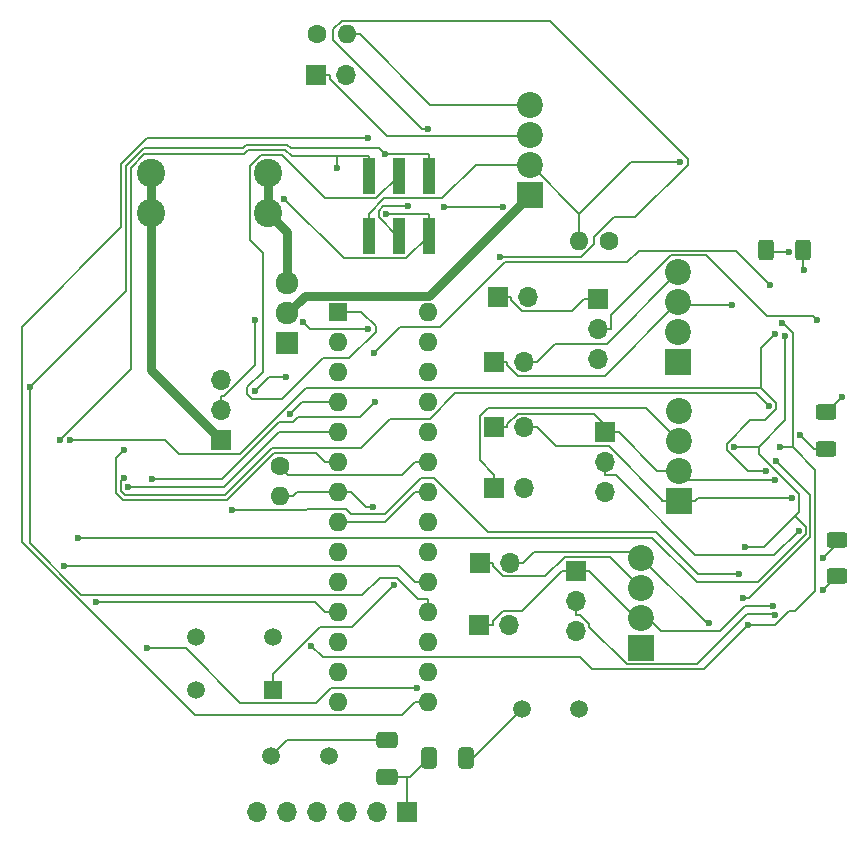
<source format=gbr>
%TF.GenerationSoftware,KiCad,Pcbnew,8.0.1-rc1*%
%TF.CreationDate,2024-06-08T15:22:59-07:00*%
%TF.ProjectId,AMS - CANBus Sensor - Temperature,414d5320-2d20-4434-914e-427573205365,rev?*%
%TF.SameCoordinates,Original*%
%TF.FileFunction,Copper,L1,Top*%
%TF.FilePolarity,Positive*%
%FSLAX46Y46*%
G04 Gerber Fmt 4.6, Leading zero omitted, Abs format (unit mm)*
G04 Created by KiCad (PCBNEW 8.0.1-rc1) date 2024-06-08 15:22:59*
%MOMM*%
%LPD*%
G01*
G04 APERTURE LIST*
G04 Aperture macros list*
%AMRoundRect*
0 Rectangle with rounded corners*
0 $1 Rounding radius*
0 $2 $3 $4 $5 $6 $7 $8 $9 X,Y pos of 4 corners*
0 Add a 4 corners polygon primitive as box body*
4,1,4,$2,$3,$4,$5,$6,$7,$8,$9,$2,$3,0*
0 Add four circle primitives for the rounded corners*
1,1,$1+$1,$2,$3*
1,1,$1+$1,$4,$5*
1,1,$1+$1,$6,$7*
1,1,$1+$1,$8,$9*
0 Add four rect primitives between the rounded corners*
20,1,$1+$1,$2,$3,$4,$5,0*
20,1,$1+$1,$4,$5,$6,$7,0*
20,1,$1+$1,$6,$7,$8,$9,0*
20,1,$1+$1,$8,$9,$2,$3,0*%
G04 Aperture macros list end*
%TA.AperFunction,ComponentPad*%
%ADD10R,1.700000X1.700000*%
%TD*%
%TA.AperFunction,ComponentPad*%
%ADD11O,1.700000X1.700000*%
%TD*%
%TA.AperFunction,SMDPad,CuDef*%
%ADD12RoundRect,0.250000X-0.650000X0.412500X-0.650000X-0.412500X0.650000X-0.412500X0.650000X0.412500X0*%
%TD*%
%TA.AperFunction,SMDPad,CuDef*%
%ADD13RoundRect,0.250000X-0.625000X0.400000X-0.625000X-0.400000X0.625000X-0.400000X0.625000X0.400000X0*%
%TD*%
%TA.AperFunction,ComponentPad*%
%ADD14C,1.600000*%
%TD*%
%TA.AperFunction,ComponentPad*%
%ADD15O,1.600000X1.600000*%
%TD*%
%TA.AperFunction,ComponentPad*%
%ADD16R,2.200000X2.200000*%
%TD*%
%TA.AperFunction,ComponentPad*%
%ADD17C,2.200000*%
%TD*%
%TA.AperFunction,ComponentPad*%
%ADD18C,2.400000*%
%TD*%
%TA.AperFunction,SMDPad,CuDef*%
%ADD19R,1.000000X3.150000*%
%TD*%
%TA.AperFunction,ComponentPad*%
%ADD20R,1.600000X1.600000*%
%TD*%
%TA.AperFunction,ComponentPad*%
%ADD21R,1.920000X1.920000*%
%TD*%
%TA.AperFunction,ComponentPad*%
%ADD22C,1.920000*%
%TD*%
%TA.AperFunction,SMDPad,CuDef*%
%ADD23RoundRect,0.250000X-0.400000X-0.625000X0.400000X-0.625000X0.400000X0.625000X-0.400000X0.625000X0*%
%TD*%
%TA.AperFunction,ComponentPad*%
%ADD24C,1.500000*%
%TD*%
%TA.AperFunction,ComponentPad*%
%ADD25R,1.500000X1.500000*%
%TD*%
%TA.AperFunction,SMDPad,CuDef*%
%ADD26RoundRect,0.250000X0.412500X0.650000X-0.412500X0.650000X-0.412500X-0.650000X0.412500X-0.650000X0*%
%TD*%
%TA.AperFunction,ViaPad*%
%ADD27C,0.600000*%
%TD*%
%TA.AperFunction,Conductor*%
%ADD28C,0.200000*%
%TD*%
%TA.AperFunction,Conductor*%
%ADD29C,0.762000*%
%TD*%
G04 APERTURE END LIST*
D10*
%TO.P,J2,1,Pin_1*%
%TO.N,/MAX31865AAP+1/FORCE+*%
X154427100Y-80520700D03*
D11*
%TO.P,J2,2,Pin_2*%
%TO.N,/MAX31865AAP+1/RTDIn+*%
X156967100Y-80520700D03*
%TD*%
D12*
%TO.P,C3,1*%
%TO.N,Net-(U2-XTAL2{slash}PB7)*%
X145039800Y-118025700D03*
%TO.P,C3,2*%
%TO.N,GND*%
X145039800Y-121150700D03*
%TD*%
D10*
%TO.P,J10,1,Pin_1*%
%TO.N,/MAX31865AAP+2/FORCE-*%
X154147400Y-96704500D03*
D11*
%TO.P,J10,2,Pin_2*%
%TO.N,/MAX31865AAP+2/RTDin-*%
X156687400Y-96704500D03*
%TD*%
D13*
%TO.P,R10,1*%
%TO.N,Net-(IC3-BIAS)*%
X183194000Y-101059800D03*
%TO.P,R10,2*%
%TO.N,Net-(IC3-ISENSOR)*%
X183194000Y-104159800D03*
%TD*%
D14*
%TO.P,R7,1*%
%TO.N,Net-(J5-Pin_2)*%
X139116100Y-58260700D03*
D15*
%TO.P,R7,2*%
%TO.N,CANBUS_L*%
X141656100Y-58260700D03*
%TD*%
D16*
%TO.P,J1,1,Pin_1*%
%TO.N,Net-(J1-Pin_1)*%
X157148000Y-71872800D03*
D17*
%TO.P,J1,2,Pin_2*%
%TO.N,GND*%
X157148000Y-69332800D03*
%TO.P,J1,3,Pin_3*%
%TO.N,CANBUS_H*%
X157148000Y-66792800D03*
%TO.P,J1,4,Pin_4*%
%TO.N,CANBUS_L*%
X157148000Y-64252800D03*
%TD*%
D14*
%TO.P,NTC1,1*%
%TO.N,/BareMinAtmel328P/PC0-A0*%
X135965600Y-94809500D03*
D15*
%TO.P,NTC1,2*%
%TO.N,+5V*%
X135965600Y-97349500D03*
%TD*%
D10*
%TO.P,J3,1,Pin_1*%
%TO.N,GND*%
X146767300Y-124094700D03*
D11*
%TO.P,J3,2,Pin_2*%
%TO.N,unconnected-(J3-Pin_2-Pad2)*%
X144227300Y-124094700D03*
%TO.P,J3,3,Pin_3*%
%TO.N,+5V*%
X141687300Y-124094700D03*
%TO.P,J3,4,Pin_4*%
%TO.N,/BareMinAtmel328P/PD0-RX*%
X139147300Y-124094700D03*
%TO.P,J3,5,Pin_5*%
%TO.N,/BareMinAtmel328P/PD1-TX*%
X136607300Y-124094700D03*
%TO.P,J3,6,Pin_6*%
%TO.N,Net-(J3-Pin_6)*%
X134067300Y-124094700D03*
%TD*%
D16*
%TO.P,J15,1,Pin_1*%
%TO.N,/MAX31865AAP+2/RTDIn+*%
X169777600Y-97738800D03*
D17*
%TO.P,J15,2,Pin_2*%
%TO.N,/MAX31865AAP+2/FORCE+*%
X169777600Y-95198800D03*
%TO.P,J15,3,Pin_3*%
%TO.N,/MAX31865AAP+2/FORCE-*%
X169777600Y-92658800D03*
%TO.P,J15,4,Pin_4*%
%TO.N,/MAX31865AAP+2/RTDin-*%
X169777600Y-90118800D03*
%TD*%
D13*
%TO.P,R9,1*%
%TO.N,Net-(IC2-BIAS)*%
X182215084Y-90275486D03*
%TO.P,R9,2*%
%TO.N,Net-(IC2-ISENSOR)*%
X182215084Y-93375486D03*
%TD*%
D10*
%TO.P,J7,1,Pin_1*%
%TO.N,/MAX31865AAP+1/FORCE-*%
X154091800Y-85981100D03*
D11*
%TO.P,J7,2,Pin_2*%
%TO.N,/MAX31865AAP+1/RTDin-*%
X156631800Y-85981100D03*
%TD*%
D18*
%TO.P,U5,1,1*%
%TO.N,Net-(Q1-Pad3)*%
X134999500Y-70018000D03*
%TO.P,U5,2,2*%
X134999500Y-73418000D03*
%TO.P,U5,3,3*%
%TO.N,+VDC*%
X125079500Y-70018000D03*
%TO.P,U5,4,4*%
X125079500Y-73418000D03*
%TD*%
D10*
%TO.P,J8,1,Pin_1*%
%TO.N,/MAX31865AAP+2/FORCE+*%
X154099500Y-91526100D03*
D11*
%TO.P,J8,2,Pin_2*%
%TO.N,/MAX31865AAP+2/RTDIn+*%
X156639500Y-91526100D03*
%TD*%
D14*
%TO.P,R6,1*%
%TO.N,Net-(U4-Rs)*%
X163881700Y-75743400D03*
D15*
%TO.P,R6,2*%
%TO.N,GND*%
X161341700Y-75743400D03*
%TD*%
D16*
%TO.P,J14,1,Pin_1*%
%TO.N,/MAX31865AAP+1/RTDIn+*%
X169740800Y-86017900D03*
D17*
%TO.P,J14,2,Pin_2*%
%TO.N,/MAX31865AAP+1/FORCE+*%
X169740800Y-83477900D03*
%TO.P,J14,3,Pin_3*%
%TO.N,/MAX31865AAP+1/FORCE-*%
X169740800Y-80937900D03*
%TO.P,J14,4,Pin_4*%
%TO.N,/MAX31865AAP+1/RTDin-*%
X169740800Y-78397900D03*
%TD*%
D16*
%TO.P,J16,1,Pin_1*%
%TO.N,/MAX31865AAP+3/RTDIn+*%
X166572100Y-110206600D03*
D17*
%TO.P,J16,2,Pin_2*%
%TO.N,/MAX31865AAP+3/FORCE+*%
X166572100Y-107666600D03*
%TO.P,J16,3,Pin_3*%
%TO.N,/MAX31865AAP+3/FORCE-*%
X166572100Y-105126600D03*
%TO.P,J16,4,Pin_4*%
%TO.N,/MAX31865AAP+3/RTDin-*%
X166572100Y-102586600D03*
%TD*%
D10*
%TO.P,Powerboard1,1,Pin_1*%
%TO.N,+VDC*%
X130976300Y-92602600D03*
D11*
%TO.P,Powerboard1,2,Pin_2*%
%TO.N,+5V*%
X130976300Y-90062600D03*
%TO.P,Powerboard1,3,Pin_3*%
%TO.N,GND*%
X130976300Y-87522600D03*
%TD*%
D19*
%TO.P,J4,1,Pin_1*%
%TO.N,MISO*%
X148585100Y-70282000D03*
%TO.P,J4,2,Pin_2*%
%TO.N,CLK*%
X148585100Y-75332000D03*
%TO.P,J4,3,Pin_3*%
%TO.N,/BareMinAtmel328P/RESET*%
X146045100Y-70282000D03*
%TO.P,J4,4,Pin_4*%
%TO.N,+5V*%
X146045100Y-75332000D03*
%TO.P,J4,5,Pin_5*%
%TO.N,MOSI*%
X143505100Y-70282000D03*
%TO.P,J4,6,Pin_6*%
%TO.N,GND*%
X143505100Y-75332000D03*
%TD*%
D10*
%TO.P,J9,1,Pin_1*%
%TO.N,/MAX31865AAP+2/FORCE+*%
X163522200Y-91904000D03*
D11*
%TO.P,J9,2,Pin_2*%
%TO.N,Net-(IC2-FORCE2)*%
X163522200Y-94444000D03*
%TO.P,J9,3,Pin_3*%
%TO.N,/MAX31865AAP+2/GND*%
X163522200Y-96984000D03*
%TD*%
D20*
%TO.P,U2,1,~{RESET}/PC6*%
%TO.N,/BareMinAtmel328P/RESET*%
X140929500Y-81761800D03*
D15*
%TO.P,U2,2,PD0*%
%TO.N,/BareMinAtmel328P/PD0-RX*%
X140929500Y-84301800D03*
%TO.P,U2,3,PD1*%
%TO.N,/BareMinAtmel328P/PD1-TX*%
X140929500Y-86841800D03*
%TO.P,U2,4,PD2*%
%TO.N,/BareMinAtmel328P/PD2-D2*%
X140929500Y-89381800D03*
%TO.P,U2,5,PD3*%
%TO.N,/BareMinAtmel328P/PD3-D3*%
X140929500Y-91921800D03*
%TO.P,U2,6,PD4*%
%TO.N,/BareMinAtmel328P/PD4-D4*%
X140929500Y-94461800D03*
%TO.P,U2,7,VCC*%
%TO.N,+5V*%
X140929500Y-97001800D03*
%TO.P,U2,8,GND*%
%TO.N,GND*%
X140929500Y-99541800D03*
%TO.P,U2,9,XTAL1/PB6*%
%TO.N,Net-(U2-XTAL1{slash}PB6)*%
X140929500Y-102081800D03*
%TO.P,U2,10,XTAL2/PB7*%
%TO.N,Net-(U2-XTAL2{slash}PB7)*%
X140929500Y-104621800D03*
%TO.P,U2,11,PD5*%
%TO.N,/BareMinAtmel328P/PD5-D5*%
X140929500Y-107161800D03*
%TO.P,U2,12,PD6*%
%TO.N,/BareMinAtmel328P/PD6-D6*%
X140929500Y-109701800D03*
%TO.P,U2,13,PD7*%
%TO.N,/BareMinAtmel328P/PD7-D7*%
X140929500Y-112241800D03*
%TO.P,U2,14,PB0*%
%TO.N,/BareMinAtmel328P/PB0-D8*%
X140929500Y-114781800D03*
%TO.P,U2,15,PB1*%
%TO.N,/BareMinAtmel328P/PB1-D9*%
X148549500Y-114781800D03*
%TO.P,U2,16,PB2*%
%TO.N,/BareMinAtmel328P/PB2-D10-SS*%
X148549500Y-112241800D03*
%TO.P,U2,17,PB3*%
%TO.N,MOSI*%
X148549500Y-109701800D03*
%TO.P,U2,18,PB4*%
%TO.N,MISO*%
X148549500Y-107161800D03*
%TO.P,U2,19,PB5*%
%TO.N,CLK*%
X148549500Y-104621800D03*
%TO.P,U2,20,AVCC*%
%TO.N,+5V*%
X148549500Y-102081800D03*
%TO.P,U2,21,AREF*%
%TO.N,/BareMinAtmel328P/AREF*%
X148549500Y-99541800D03*
%TO.P,U2,22,GND*%
%TO.N,GND*%
X148549500Y-97001800D03*
%TO.P,U2,23,PC0*%
%TO.N,/BareMinAtmel328P/PC0-A0*%
X148549500Y-94461800D03*
%TO.P,U2,24,PC1*%
%TO.N,/BareMinAtmel328P/PC1-A1*%
X148549500Y-91921800D03*
%TO.P,U2,25,PC2*%
%TO.N,/BareMinAtmel328P/PC2-A2*%
X148549500Y-89381800D03*
%TO.P,U2,26,PC3*%
%TO.N,/BareMinAtmel328P/PC3-A3*%
X148549500Y-86841800D03*
%TO.P,U2,27,PC4*%
%TO.N,/BareMinAtmel328P/PC4-A4-SDA*%
X148549500Y-84301800D03*
%TO.P,U2,28,PC5*%
%TO.N,/BareMinAtmel328P/PC5-A5-SCL*%
X148549500Y-81761800D03*
%TD*%
D10*
%TO.P,J5,1,Pin_1*%
%TO.N,CANBUS_H*%
X139049600Y-61738500D03*
D11*
%TO.P,J5,2,Pin_2*%
%TO.N,Net-(J5-Pin_2)*%
X141589600Y-61738500D03*
%TD*%
D21*
%TO.P,Q1,1*%
%TO.N,Net-(Q1-Pad1)*%
X136586000Y-84423600D03*
D22*
%TO.P,Q1,2*%
%TO.N,Net-(J1-Pin_1)*%
X136586000Y-81883600D03*
%TO.P,Q1,3*%
%TO.N,Net-(Q1-Pad3)*%
X136586000Y-79343600D03*
%TD*%
D23*
%TO.P,R8,1*%
%TO.N,Net-(IC1-BIAS)*%
X177170000Y-76516500D03*
%TO.P,R8,2*%
%TO.N,Net-(IC1-ISENSOR)*%
X180270000Y-76516500D03*
%TD*%
D24*
%TO.P,Y2,1,1*%
%TO.N,Net-(U3-OSC1)*%
X156482900Y-115391200D03*
%TO.P,Y2,2,2*%
%TO.N,Net-(U3-OSC2)*%
X161362900Y-115391200D03*
%TD*%
D25*
%TO.P,Reset1,1,NO_1*%
%TO.N,/BareMinAtmel328P/RESET*%
X135385300Y-113752500D03*
D24*
%TO.P,Reset1,2,NO_2*%
%TO.N,unconnected-(Reset1-NO_2-Pad2)*%
X128885300Y-113752500D03*
%TO.P,Reset1,3,COM_1*%
%TO.N,GND*%
X135385300Y-109252500D03*
%TO.P,Reset1,4,COM_2*%
%TO.N,unconnected-(Reset1-COM_2-Pad4)*%
X128885300Y-109252500D03*
%TD*%
D10*
%TO.P,J6,1,Pin_1*%
%TO.N,/MAX31865AAP+1/FORCE+*%
X162905100Y-80664400D03*
D11*
%TO.P,J6,2,Pin_2*%
%TO.N,Net-(IC1-FORCE2)*%
X162905100Y-83204400D03*
%TO.P,J6,3,Pin_3*%
%TO.N,/MAX31865AAP+1/GND*%
X162905100Y-85744400D03*
%TD*%
D26*
%TO.P,C5,1*%
%TO.N,Net-(U3-OSC1)*%
X151753500Y-119534200D03*
%TO.P,C5,2*%
%TO.N,GND*%
X148628500Y-119534200D03*
%TD*%
D24*
%TO.P,Y1,1,1*%
%TO.N,Net-(U2-XTAL2{slash}PB7)*%
X135241300Y-119345300D03*
%TO.P,Y1,2,2*%
%TO.N,Net-(U2-XTAL1{slash}PB6)*%
X140121300Y-119345300D03*
%TD*%
D10*
%TO.P,J12,1,Pin_1*%
%TO.N,/MAX31865AAP+3/FORCE+*%
X161047400Y-103693100D03*
D11*
%TO.P,J12,2,Pin_2*%
%TO.N,Net-(IC3-FORCE2)*%
X161047400Y-106233100D03*
%TO.P,J12,3,Pin_3*%
%TO.N,/MAX31865AAP+3/GND*%
X161047400Y-108773100D03*
%TD*%
D10*
%TO.P,J11,1,Pin_1*%
%TO.N,/MAX31865AAP+3/FORCE+*%
X152867400Y-108259400D03*
D11*
%TO.P,J11,2,Pin_2*%
%TO.N,/MAX31865AAP+3/RTDIn+*%
X155407400Y-108259400D03*
%TD*%
D10*
%TO.P,J13,1,Pin_1*%
%TO.N,/MAX31865AAP+3/FORCE-*%
X152903300Y-102979900D03*
D11*
%TO.P,J13,2,Pin_2*%
%TO.N,/MAX31865AAP+3/RTDin-*%
X155443300Y-102979900D03*
%TD*%
D27*
%TO.N,Net-(IC2-ISENSOR)*%
X180010700Y-92143669D03*
%TO.N,CLK*%
X144971100Y-73455300D03*
X117699300Y-103285900D03*
X136368700Y-72169000D03*
%TO.N,MISO*%
X144867500Y-68405300D03*
X114802100Y-88147500D03*
%TO.N,MOSI*%
X140841600Y-69572800D03*
X117342000Y-92575600D03*
X124782400Y-110235100D03*
X147641300Y-113599700D03*
%TO.N,Net-(IC3-ISENSOR)*%
X181967200Y-105347900D03*
%TO.N,Net-(IC3-FORCE2)*%
X177879518Y-107437877D03*
%TO.N,Net-(IC3-BIAS)*%
X181961600Y-102609800D03*
%TO.N,/MAX31865AAP+3/FORCE+*%
X177730900Y-106651800D03*
%TO.N,/MAX31865AAP+3/CS3v*%
X131964700Y-98492600D03*
X174881600Y-103995000D03*
%TO.N,Net-(IC2-FORCE2)*%
X179914900Y-100285000D03*
%TO.N,/MAX31865AAP+2/FORCE+*%
X177920000Y-96009400D03*
%TO.N,Net-(IC2-BIAS)*%
X183556175Y-88998020D03*
%TO.N,/MAX31865AAP+2/CS3v*%
X177384300Y-89714200D03*
X122781200Y-95818200D03*
%TO.N,/MAX31865AAP+1/FORCE-*%
X174253000Y-81219000D03*
%TO.N,/MAX31865AAP+1/MISO3v*%
X174440600Y-93207100D03*
X178800600Y-83782000D03*
X175362700Y-101699700D03*
X118879000Y-100879900D03*
%TO.N,Net-(IC1-ISENSOR)*%
X180403600Y-78200600D03*
%TO.N,Net-(IC1-FORCE2)*%
X181451400Y-82409300D03*
%TO.N,/MAX31865AAP+1/CS3v*%
X125187000Y-95880900D03*
X144033000Y-89405800D03*
X143963900Y-85270500D03*
X177512300Y-79467100D03*
%TO.N,/MAX31865AAP+1/SLC3v*%
X138671900Y-110017700D03*
X175642500Y-108305600D03*
X178501400Y-82727400D03*
X178323300Y-93207100D03*
%TO.N,Net-(IC1-BIAS)*%
X179077800Y-76729700D03*
%TO.N,/MAX31865AAP+1/MOSI3v*%
X118195500Y-92633100D03*
X177171800Y-95261000D03*
X177932200Y-83619900D03*
X178039900Y-94426100D03*
X175231100Y-106016800D03*
%TO.N,/MAX31865AAP+3/RTDin-*%
X172361700Y-108135400D03*
%TO.N,/MAX31865AAP+2/RTDIn+*%
X179324300Y-97495000D03*
%TO.N,Net-(U3-~{RESET})*%
X143466100Y-83198500D03*
X137945500Y-82605000D03*
%TO.N,Net-(U3-OSC1)*%
X149904300Y-72875700D03*
X154891200Y-72875700D03*
%TO.N,Net-(U3-OSC2)*%
X148579000Y-66277400D03*
X154649400Y-77140900D03*
%TO.N,/BareMinAtmel328P/PD2-D2*%
X136821900Y-90445800D03*
X133875400Y-88479300D03*
X136496300Y-87251900D03*
%TO.N,/BareMinAtmel328P/PB1-D9*%
X143485200Y-67032600D03*
%TO.N,/BareMinAtmel328P/PD5-D5*%
X120426900Y-106292300D03*
%TO.N,/BareMinAtmel328P/PD3-D3*%
X123142700Y-96620000D03*
%TO.N,/BareMinAtmel328P/PD4-D4*%
X122763500Y-93460500D03*
%TO.N,+5V*%
X146805100Y-72802200D03*
X133911100Y-82406100D03*
X143871900Y-98265100D03*
%TO.N,/BareMinAtmel328P/RESET*%
X145624000Y-104883900D03*
%TO.N,GND*%
X169908000Y-69045400D03*
%TD*%
D28*
%TO.N,/BareMinAtmel328P/PB1-D9*%
X124762100Y-67032600D02*
X143485200Y-67032600D01*
X122548249Y-74611851D02*
X122548249Y-69246451D01*
X114152100Y-83008000D02*
X122548249Y-74611851D01*
X114152100Y-101271000D02*
X114152100Y-83008000D01*
X128770600Y-115889500D02*
X114152100Y-101271000D01*
X146340100Y-115889500D02*
X128770600Y-115889500D01*
X148549500Y-114781800D02*
X147447800Y-114781800D01*
X147447800Y-114781800D02*
X146340100Y-115889500D01*
X122548249Y-69246451D02*
X124762100Y-67032600D01*
%TO.N,MISO*%
X122954200Y-79995400D02*
X114802100Y-88147500D01*
X122954200Y-69408500D02*
X122954200Y-79995400D01*
X124464200Y-67898500D02*
X122954200Y-69408500D01*
X133164100Y-67613400D02*
X132879000Y-67898500D01*
X136632300Y-67613400D02*
X133164100Y-67613400D01*
X136917400Y-67898500D02*
X136632300Y-67613400D01*
X144867500Y-68405300D02*
X144360700Y-67898500D01*
X144360700Y-67898500D02*
X136917400Y-67898500D01*
X132879000Y-67898500D02*
X124464200Y-67898500D01*
%TO.N,Net-(IC2-ISENSOR)*%
X181242517Y-93375486D02*
X182215084Y-93375486D01*
X180010700Y-92143669D02*
X181242517Y-93375486D01*
%TO.N,/MAX31865AAP+1/SLC3v*%
X181320000Y-95116400D02*
X179410700Y-93207100D01*
X179596402Y-107105998D02*
X181320000Y-105382400D01*
X177875672Y-108305600D02*
X179075274Y-107105998D01*
X179075274Y-107105998D02*
X179596402Y-107105998D01*
X175642500Y-108305600D02*
X177875672Y-108305600D01*
X181320000Y-105382400D02*
X181320000Y-95116400D01*
%TO.N,Net-(IC3-FORCE2)*%
X161047400Y-107384800D02*
X161047400Y-106233100D01*
X161392600Y-107384800D02*
X161047400Y-107384800D01*
X162199100Y-108191300D02*
X161392600Y-107384800D01*
X162199100Y-108460300D02*
X162199100Y-108191300D01*
X177820141Y-107378500D02*
X175542600Y-107378500D01*
X171305900Y-111615200D02*
X165354000Y-111615200D01*
X177879518Y-107437877D02*
X177820141Y-107378500D01*
X165354000Y-111615200D02*
X162199100Y-108460300D01*
X175542600Y-107378500D02*
X171305900Y-111615200D01*
%TO.N,Net-(IC2-BIAS)*%
X182278709Y-90275486D02*
X183556175Y-88998020D01*
X182215084Y-90275486D02*
X182278709Y-90275486D01*
%TO.N,CLK*%
X148549500Y-104621800D02*
X147447800Y-104621800D01*
X146111900Y-103285900D02*
X117699300Y-103285900D01*
X147447800Y-104621800D02*
X146111900Y-103285900D01*
X148585100Y-74393600D02*
X148585100Y-73455300D01*
X141408400Y-77208700D02*
X136368700Y-72169000D01*
X146670100Y-77208700D02*
X141408400Y-77208700D01*
X148585100Y-75293700D02*
X146670100Y-77208700D01*
X148585100Y-73455300D02*
X144971100Y-73455300D01*
%TO.N,MISO*%
X148585100Y-70282000D02*
X148585100Y-68405300D01*
X148549500Y-107161800D02*
X148549500Y-106060100D01*
X147686800Y-106060100D02*
X148549500Y-106060100D01*
X145908800Y-104282100D02*
X147686800Y-106060100D01*
X144441900Y-104282100D02*
X145908800Y-104282100D01*
X142958400Y-105765600D02*
X144441900Y-104282100D01*
X122587200Y-105765600D02*
X142958400Y-105765600D01*
X122512200Y-105690600D02*
X122587200Y-105765600D01*
X119163600Y-105690600D02*
X122512200Y-105690600D01*
X114802100Y-101329100D02*
X119163600Y-105690600D01*
X114802100Y-88147500D02*
X114802100Y-101329100D01*
X148585100Y-68405300D02*
X144867500Y-68405300D01*
%TO.N,MOSI*%
X143505100Y-70282000D02*
X143505100Y-68571600D01*
X140841600Y-69572800D02*
X140841600Y-68571600D01*
X143505100Y-68571600D02*
X140841600Y-68571600D01*
X128024000Y-110235100D02*
X124782400Y-110235100D01*
X132628600Y-114839700D02*
X128024000Y-110235100D01*
X139071600Y-114839700D02*
X132628600Y-114839700D01*
X140311600Y-113599700D02*
X139071600Y-114839700D01*
X147641300Y-113599700D02*
X140311600Y-113599700D01*
X123354200Y-86563400D02*
X117342000Y-92575600D01*
X123354200Y-69576500D02*
X123354200Y-86563400D01*
X124513900Y-68416800D02*
X123354200Y-69576500D01*
X132928800Y-68416800D02*
X124513900Y-68416800D01*
X133330500Y-68015100D02*
X132928800Y-68416800D01*
X136466000Y-68015100D02*
X133330500Y-68015100D01*
X137022500Y-68571600D02*
X136466000Y-68015100D01*
X140841600Y-68571600D02*
X137022500Y-68571600D01*
%TO.N,Net-(IC3-ISENSOR)*%
X182005900Y-105347900D02*
X181967200Y-105347900D01*
X183194000Y-104159800D02*
X182005900Y-105347900D01*
%TO.N,Net-(IC3-BIAS)*%
X183194000Y-101377400D02*
X181961600Y-102609800D01*
%TO.N,/MAX31865AAP+3/FORCE-*%
X154055000Y-103267900D02*
X154055000Y-102979900D01*
X154918700Y-104131600D02*
X154055000Y-103267900D01*
X158482200Y-104131600D02*
X154918700Y-104131600D01*
X160108900Y-102504900D02*
X158482200Y-104131600D01*
X163950400Y-102504900D02*
X160108900Y-102504900D01*
X166572100Y-105126600D02*
X163950400Y-102504900D01*
X152903300Y-102979900D02*
X154055000Y-102979900D01*
%TO.N,/MAX31865AAP+3/FORCE+*%
X162199100Y-103693100D02*
X166172600Y-107666600D01*
X161623300Y-103693100D02*
X162199100Y-103693100D01*
X154019100Y-107971400D02*
X154019100Y-108259400D01*
X154882800Y-107107700D02*
X154019100Y-107971400D01*
X156481100Y-107107700D02*
X154882800Y-107107700D01*
X159895700Y-103693100D02*
X156481100Y-107107700D01*
X161047400Y-103693100D02*
X159895700Y-103693100D01*
X152867400Y-108259400D02*
X154019100Y-108259400D01*
X168271800Y-108806400D02*
X167132000Y-107666600D01*
X173244400Y-108806400D02*
X168271800Y-108806400D01*
X175399000Y-106651800D02*
X173244400Y-108806400D01*
X177730900Y-106651800D02*
X175399000Y-106651800D01*
%TO.N,/MAX31865AAP+3/CS3v*%
X138200400Y-98492600D02*
X131964700Y-98492600D01*
X138255500Y-98437500D02*
X138200400Y-98492600D01*
X141600700Y-98437500D02*
X138255500Y-98437500D01*
X142034400Y-98871200D02*
X141600700Y-98437500D01*
X144892900Y-98871200D02*
X142034400Y-98871200D01*
X147906600Y-95857500D02*
X144892900Y-98871200D01*
X149034400Y-95857500D02*
X147906600Y-95857500D01*
X153587000Y-100410100D02*
X149034400Y-95857500D01*
X167833900Y-100410100D02*
X153587000Y-100410100D01*
X171418800Y-103995000D02*
X167833900Y-100410100D01*
X174881600Y-103995000D02*
X171418800Y-103995000D01*
%TO.N,Net-(IC2-FORCE2)*%
X163522200Y-94444000D02*
X163522200Y-95595700D01*
X177851000Y-102348900D02*
X179914900Y-100285000D01*
X171182300Y-102348900D02*
X177851000Y-102348900D01*
X164429100Y-95595700D02*
X171182300Y-102348900D01*
X163522200Y-95595700D02*
X164429100Y-95595700D01*
%TO.N,/MAX31865AAP+2/FORCE-*%
X154147400Y-96704500D02*
X154147400Y-95552800D01*
X167036200Y-89917400D02*
X169777600Y-92658800D01*
X153576900Y-89917400D02*
X167036200Y-89917400D01*
X152936700Y-90557600D02*
X153576900Y-89917400D01*
X152936700Y-94342100D02*
X152936700Y-90557600D01*
X154147400Y-95552800D02*
X152936700Y-94342100D01*
%TO.N,/MAX31865AAP+2/FORCE+*%
X164098100Y-91904000D02*
X164673900Y-91904000D01*
X167968700Y-95198800D02*
X164673900Y-91904000D01*
X169777600Y-95198800D02*
X167968700Y-95198800D01*
X154099500Y-91526100D02*
X155251200Y-91526100D01*
X162564800Y-90370700D02*
X164098100Y-91904000D01*
X156118700Y-90370700D02*
X162564800Y-90370700D01*
X155251200Y-91238200D02*
X156118700Y-90370700D01*
X155251200Y-91526100D02*
X155251200Y-91238200D01*
X170588200Y-96009400D02*
X177920000Y-96009400D01*
X169777600Y-95198800D02*
X170588200Y-96009400D01*
%TO.N,/MAX31865AAP+2/CS3v*%
X122540900Y-96058500D02*
X122781200Y-95818200D01*
X122540900Y-96890300D02*
X122540900Y-96058500D01*
X122902900Y-97252300D02*
X122540900Y-96890300D01*
X131372500Y-97252300D02*
X122902900Y-97252300D01*
X135330400Y-93294400D02*
X131372500Y-97252300D01*
X142848600Y-93294400D02*
X135330400Y-93294400D01*
X145322900Y-90820100D02*
X142848600Y-93294400D01*
X148669300Y-90820100D02*
X145322900Y-90820100D01*
X150832100Y-88657300D02*
X148669300Y-90820100D01*
X176327400Y-88657300D02*
X150832100Y-88657300D01*
X177384300Y-89714200D02*
X176327400Y-88657300D01*
%TO.N,/MAX31865AAP+1/FORCE-*%
X154091800Y-85981100D02*
X155243500Y-85981100D01*
X155243500Y-86269000D02*
X155243500Y-85981100D01*
X156126100Y-87151600D02*
X155243500Y-86269000D01*
X163527100Y-87151600D02*
X156126100Y-87151600D01*
X169740800Y-80937900D02*
X163527100Y-87151600D01*
X174253000Y-81219000D02*
X170021900Y-81219000D01*
%TO.N,/MAX31865AAP+1/FORCE+*%
X162905100Y-80664400D02*
X161753400Y-80664400D01*
X154427100Y-80520700D02*
X155578800Y-80520700D01*
X160745400Y-81672400D02*
X161753400Y-80664400D01*
X156490000Y-81672400D02*
X160745400Y-81672400D01*
X155578800Y-80761200D02*
X156490000Y-81672400D01*
X155578800Y-80520700D02*
X155578800Y-80761200D01*
%TO.N,/MAX31865AAP+1/MISO3v*%
X178800600Y-90943300D02*
X178800600Y-83782000D01*
X176536800Y-93207100D02*
X178800600Y-90943300D01*
X176536800Y-93207100D02*
X174440600Y-93207100D01*
X176536800Y-93775100D02*
X176536800Y-93207100D01*
X179948900Y-97187200D02*
X176536800Y-93775100D01*
X179948900Y-98698500D02*
X179948900Y-97187200D01*
X179590400Y-99057000D02*
X179948900Y-98698500D01*
X176947700Y-101699700D02*
X179590400Y-99057000D01*
X175362700Y-101699700D02*
X176947700Y-101699700D01*
X167516300Y-100879900D02*
X118879000Y-100879900D01*
X171283100Y-104646700D02*
X167516300Y-100879900D01*
X176459800Y-104646700D02*
X171283100Y-104646700D01*
X180516600Y-100589900D02*
X176459800Y-104646700D01*
X180516600Y-99983200D02*
X180516600Y-100589900D01*
X179590400Y-99057000D02*
X180516600Y-99983200D01*
%TO.N,Net-(IC1-ISENSOR)*%
X180270000Y-78067000D02*
X180403600Y-78200600D01*
X180270000Y-76516500D02*
X180270000Y-78067000D01*
%TO.N,Net-(IC1-FORCE2)*%
X162905100Y-83204400D02*
X164056800Y-83204400D01*
X181167800Y-82125700D02*
X181451400Y-82409300D01*
X177237500Y-82125700D02*
X181167800Y-82125700D01*
X172091200Y-76979400D02*
X177237500Y-82125700D01*
X169130100Y-76979400D02*
X172091200Y-76979400D01*
X164056800Y-82052700D02*
X169130100Y-76979400D01*
X164056800Y-83204400D02*
X164056800Y-82052700D01*
%TO.N,/MAX31865AAP+1/CS3v*%
X142787000Y-90651800D02*
X144033000Y-89405800D01*
X137508700Y-90651800D02*
X142787000Y-90651800D01*
X137113000Y-91047500D02*
X137508700Y-90651800D01*
X135919500Y-91047500D02*
X137113000Y-91047500D01*
X131086100Y-95880900D02*
X135919500Y-91047500D01*
X125187000Y-95880900D02*
X131086100Y-95880900D01*
X174622900Y-76577700D02*
X177512300Y-79467100D01*
X166389200Y-76577700D02*
X174622900Y-76577700D01*
X165424300Y-77542600D02*
X166389200Y-76577700D01*
X155098600Y-77542600D02*
X165424300Y-77542600D01*
X149560200Y-83081000D02*
X155098600Y-77542600D01*
X146153400Y-83081000D02*
X149560200Y-83081000D01*
X143963900Y-85270500D02*
X146153400Y-83081000D01*
%TO.N,/MAX31865AAP+1/SLC3v*%
X171931200Y-112016900D02*
X175642500Y-108305600D01*
X162413100Y-112016900D02*
X171931200Y-112016900D01*
X161368000Y-110971800D02*
X162413100Y-112016900D01*
X139626000Y-110971800D02*
X161368000Y-110971800D01*
X138671900Y-110017700D02*
X139626000Y-110971800D01*
X178621000Y-82727400D02*
X178501400Y-82727400D01*
X179410700Y-83517100D02*
X178621000Y-82727400D01*
X179410700Y-93207100D02*
X179410700Y-83517100D01*
X179410700Y-93207100D02*
X178323300Y-93207100D01*
%TO.N,Net-(IC1-BIAS)*%
X177383200Y-76729700D02*
X179077800Y-76729700D01*
%TO.N,/MAX31865AAP+1/MOSI3v*%
X180918300Y-97304500D02*
X178039900Y-94426100D01*
X180918300Y-100826600D02*
X180918300Y-97304500D01*
X175728100Y-106016800D02*
X180918300Y-100826600D01*
X175231100Y-106016800D02*
X175728100Y-106016800D01*
X176733800Y-84818300D02*
X177932200Y-83619900D01*
X176733800Y-88202100D02*
X176733800Y-84818300D01*
X175630000Y-95261000D02*
X177171800Y-95261000D01*
X173838800Y-93469800D02*
X175630000Y-95261000D01*
X173838800Y-92907200D02*
X173838800Y-93469800D01*
X175812000Y-90934000D02*
X173838800Y-92907200D01*
X177087000Y-90934000D02*
X175812000Y-90934000D01*
X178016400Y-90004600D02*
X177087000Y-90934000D01*
X178016400Y-89484700D02*
X178016400Y-90004600D01*
X176733800Y-88202100D02*
X178016400Y-89484700D01*
X126241100Y-92633100D02*
X118195500Y-92633100D01*
X127414400Y-93806400D02*
X126241100Y-92633100D01*
X132590600Y-93806400D02*
X127414400Y-93806400D01*
X138194900Y-88202100D02*
X132590600Y-93806400D01*
X176733800Y-88202100D02*
X138194900Y-88202100D01*
%TO.N,/MAX31865AAP+3/RTDin-*%
X155443300Y-102979900D02*
X156595000Y-102979900D01*
X157471700Y-102103200D02*
X166088700Y-102103200D01*
X156595000Y-102979900D02*
X157471700Y-102103200D01*
X172120900Y-108135400D02*
X172361700Y-108135400D01*
X166572100Y-102586600D02*
X172120900Y-108135400D01*
%TO.N,/MAX31865AAP+2/RTDIn+*%
X170001800Y-97738800D02*
X171179300Y-97738800D01*
X168375900Y-97651200D02*
X168375900Y-97738800D01*
X163853200Y-93128500D02*
X168375900Y-97651200D01*
X159393600Y-93128500D02*
X163853200Y-93128500D01*
X157791200Y-91526100D02*
X159393600Y-93128500D01*
X156639500Y-91526100D02*
X157791200Y-91526100D01*
X169777600Y-97738800D02*
X168375900Y-97738800D01*
X171423100Y-97495000D02*
X179324300Y-97495000D01*
X171179300Y-97738800D02*
X171423100Y-97495000D01*
%TO.N,/MAX31865AAP+1/RTDin-*%
X156631800Y-85981100D02*
X157783500Y-85981100D01*
X159290200Y-84474400D02*
X157783500Y-85981100D01*
X163664300Y-84474400D02*
X159290200Y-84474400D01*
X169740800Y-78397900D02*
X163664300Y-84474400D01*
%TO.N,Net-(U3-~{RESET})*%
X138539000Y-83198500D02*
X143466100Y-83198500D01*
X137945500Y-82605000D02*
X138539000Y-83198500D01*
D29*
%TO.N,Net-(J1-Pin_1)*%
X148640000Y-80380800D02*
X157148000Y-71872800D01*
X138089000Y-80380800D02*
X148640000Y-80380800D01*
X136586000Y-81883600D02*
X138089000Y-80380800D01*
D28*
%TO.N,Net-(U3-OSC1)*%
X152339900Y-119534200D02*
X156482900Y-115391200D01*
X151753500Y-119534200D02*
X152339900Y-119534200D01*
X154891200Y-72875700D02*
X149904300Y-72875700D01*
%TO.N,Net-(U3-OSC2)*%
X161507900Y-77140900D02*
X154649400Y-77140900D01*
X162611700Y-76037100D02*
X161507900Y-77140900D01*
X162611700Y-75394700D02*
X162611700Y-76037100D01*
X164280200Y-73726200D02*
X162611700Y-75394700D01*
X166078300Y-73726200D02*
X164280200Y-73726200D01*
X170511800Y-69292700D02*
X166078300Y-73726200D01*
X170511800Y-68787200D02*
X170511800Y-69292700D01*
X158831500Y-57106900D02*
X170511800Y-68787200D01*
X141221100Y-57106900D02*
X158831500Y-57106900D01*
X140523500Y-57804500D02*
X141221100Y-57106900D01*
X140523500Y-58755900D02*
X140523500Y-57804500D01*
X148045000Y-66277400D02*
X140523500Y-58755900D01*
X148579000Y-66277400D02*
X148045000Y-66277400D01*
%TO.N,Net-(U2-XTAL2{slash}PB7)*%
X136560900Y-118025700D02*
X145039800Y-118025700D01*
X135241300Y-119345300D02*
X136560900Y-118025700D01*
%TO.N,/BareMinAtmel328P/PD2-D2*%
X135102800Y-87251900D02*
X136496300Y-87251900D01*
X133875400Y-88479300D02*
X135102800Y-87251900D01*
X137885900Y-89381800D02*
X136821900Y-90445800D01*
X140929500Y-89381800D02*
X137885900Y-89381800D01*
D29*
%TO.N,Net-(Q1-Pad3)*%
X136586000Y-75004500D02*
X136586000Y-79343600D01*
X135000000Y-73418000D02*
X136586000Y-75004500D01*
X135000000Y-71718000D02*
X135000000Y-73418000D01*
D28*
X134999500Y-71718500D02*
X134999500Y-73418000D01*
X135000000Y-71718000D02*
X134999500Y-71718500D01*
D29*
X135000000Y-70018000D02*
X135000000Y-70868000D01*
X135000000Y-70868000D02*
X135000000Y-71718000D01*
D28*
%TO.N,/BareMinAtmel328P/PC0-A0*%
X136722200Y-95566100D02*
X135965600Y-94809500D01*
X146343500Y-95566100D02*
X136722200Y-95566100D01*
X147447800Y-94461800D02*
X146343500Y-95566100D01*
X148549500Y-94461800D02*
X147447800Y-94461800D01*
%TO.N,/BareMinAtmel328P/PD5-D5*%
X140929500Y-107161800D02*
X139827800Y-107161800D01*
X138958300Y-106292300D02*
X120426900Y-106292300D01*
X139827800Y-107161800D02*
X138958300Y-106292300D01*
%TO.N,/BareMinAtmel328P/PD3-D3*%
X131263700Y-96620000D02*
X123142700Y-96620000D01*
X135961900Y-91921800D02*
X131263700Y-96620000D01*
X140929500Y-91921800D02*
X135961900Y-91921800D01*
%TO.N,/BareMinAtmel328P/PD4-D4*%
X140929500Y-94461800D02*
X139827800Y-94461800D01*
X122124700Y-94099300D02*
X122763500Y-93460500D01*
X122124700Y-97113100D02*
X122124700Y-94099300D01*
X122709000Y-97697400D02*
X122124700Y-97113100D01*
X131517600Y-97697400D02*
X122709000Y-97697400D01*
X135518900Y-93696100D02*
X131517600Y-97697400D01*
X139062100Y-93696100D02*
X135518900Y-93696100D01*
X139827800Y-94461800D02*
X139062100Y-93696100D01*
D29*
%TO.N,+VDC*%
X125080000Y-86705800D02*
X125080000Y-73418000D01*
X130976000Y-92602600D02*
X125080000Y-86705800D01*
X125080000Y-73418000D02*
X125080000Y-70018000D01*
D28*
%TO.N,CANBUS_H*%
X139049600Y-61738500D02*
X140201300Y-61738500D01*
X145054000Y-66879100D02*
X157061700Y-66879100D01*
X140201300Y-62026400D02*
X145054000Y-66879100D01*
X140201300Y-61738500D02*
X140201300Y-62026400D01*
%TO.N,CANBUS_L*%
X141656100Y-58260700D02*
X142757800Y-58260700D01*
X148749900Y-64252800D02*
X157148000Y-64252800D01*
X142757800Y-58260700D02*
X148749900Y-64252800D01*
%TO.N,+5V*%
X137415000Y-97001800D02*
X137067300Y-97349500D01*
X140929500Y-97001800D02*
X137415000Y-97001800D01*
X135965600Y-97349500D02*
X137067300Y-97349500D01*
X130976300Y-90062600D02*
X130976300Y-88910900D01*
X140929500Y-97001800D02*
X142031200Y-97001800D01*
X143294500Y-98265100D02*
X143871900Y-98265100D01*
X142031200Y-97001800D02*
X143294500Y-98265100D01*
X144746800Y-72802200D02*
X146805100Y-72802200D01*
X144367800Y-73181200D02*
X144746800Y-72802200D01*
X144367800Y-73754300D02*
X144367800Y-73181200D01*
X145945500Y-75332000D02*
X144367800Y-73754300D01*
X131244800Y-88910900D02*
X130976300Y-88910900D01*
X133911100Y-86244600D02*
X131244800Y-88910900D01*
X133911100Y-82406100D02*
X133911100Y-86244600D01*
%TO.N,/BareMinAtmel328P/RESET*%
X135385300Y-113752500D02*
X135385300Y-112453500D01*
X139407000Y-108431800D02*
X135385300Y-112453500D01*
X142076100Y-108431800D02*
X139407000Y-108431800D01*
X145624000Y-104883900D02*
X142076100Y-108431800D01*
X144168400Y-72158700D02*
X146045100Y-70282000D01*
X139832600Y-72158700D02*
X144168400Y-72158700D01*
X136140700Y-68466800D02*
X139832600Y-72158700D01*
X134410200Y-68466800D02*
X136140700Y-68466800D01*
X133496700Y-69380300D02*
X134410200Y-68466800D01*
X133496700Y-75693100D02*
X133496700Y-69380300D01*
X134548400Y-76744800D02*
X133496700Y-75693100D01*
X134548400Y-86814600D02*
X134548400Y-76744800D01*
X133225400Y-88137600D02*
X134548400Y-86814600D01*
X133225400Y-88708100D02*
X133225400Y-88137600D01*
X133642900Y-89125600D02*
X133225400Y-88708100D01*
X136172300Y-89125600D02*
X133642900Y-89125600D01*
X139614100Y-85683800D02*
X136172300Y-89125600D01*
X141878200Y-85683800D02*
X139614100Y-85683800D01*
X144123500Y-83438500D02*
X141878200Y-85683800D01*
X144123500Y-82983300D02*
X144123500Y-83438500D01*
X142902000Y-81761800D02*
X144123500Y-82983300D01*
X140929500Y-81761800D02*
X142902000Y-81761800D01*
%TO.N,GND*%
X148549500Y-97001800D02*
X147447800Y-97001800D01*
X143505100Y-75332000D02*
X143505100Y-73455300D01*
X146767300Y-121150700D02*
X145039800Y-121150700D01*
X146767300Y-124094700D02*
X146767300Y-121150700D01*
X147012100Y-121150600D02*
X148628500Y-119534200D01*
X146767300Y-121150600D02*
X147012100Y-121150600D01*
X146767300Y-121150700D02*
X146767300Y-121150600D01*
X144907800Y-99541800D02*
X147447800Y-97001800D01*
X140929500Y-99541800D02*
X144907800Y-99541800D01*
X157235500Y-69332800D02*
X161341700Y-73439000D01*
X161341700Y-73439000D02*
X161341700Y-75743400D01*
X165735300Y-69045400D02*
X169908000Y-69045400D01*
X161341700Y-73439000D02*
X165735300Y-69045400D01*
X152570300Y-69332800D02*
X157148000Y-69332800D01*
X149744400Y-72158700D02*
X152570300Y-69332800D01*
X144801700Y-72158700D02*
X149744400Y-72158700D01*
X143505100Y-73455300D02*
X144801700Y-72158700D01*
%TD*%
M02*

</source>
